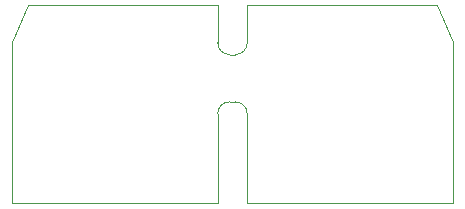
<source format=gbr>
%TF.GenerationSoftware,KiCad,Pcbnew,(6.99.0-4085-g6c752680d7)*%
%TF.CreationDate,2022-11-08T23:05:40+08:00*%
%TF.ProjectId,evq,6576712e-6b69-4636-9164-5f7063625858,rev?*%
%TF.SameCoordinates,Original*%
%TF.FileFunction,Profile,NP*%
%FSLAX46Y46*%
G04 Gerber Fmt 4.6, Leading zero omitted, Abs format (unit mm)*
G04 Created by KiCad (PCBNEW (6.99.0-4085-g6c752680d7)) date 2022-11-08 23:05:40*
%MOMM*%
%LPD*%
G01*
G04 APERTURE LIST*
%TA.AperFunction,Profile*%
%ADD10C,0.100000*%
%TD*%
%TA.AperFunction,Profile*%
%ADD11C,0.080000*%
%TD*%
G04 APERTURE END LIST*
D10*
X92260108Y-105194428D02*
X92260107Y-112794428D01*
X94771534Y-99194428D02*
X94771533Y-96030349D01*
X112215144Y-99139987D02*
X112211678Y-112794428D01*
X76188120Y-96030349D02*
X92260110Y-96030349D01*
X92260110Y-96030349D02*
X92260109Y-99194428D01*
X110843523Y-96030349D02*
X112215144Y-99139987D01*
X94771536Y-112794428D02*
X94771535Y-105194428D01*
X112211678Y-112794428D02*
X94771536Y-112794428D01*
X74816499Y-99139987D02*
X76188120Y-96030349D01*
X94771533Y-96030349D02*
X110843523Y-96030349D01*
X74819965Y-112794428D02*
X74816499Y-99139987D01*
X92260107Y-112794428D02*
X74819965Y-112794428D01*
D11*
%TO.C,REF\u002A\u002A*%
X93760107Y-104194428D02*
X93260107Y-104194428D01*
X93260107Y-100194428D02*
X93760107Y-100194428D01*
X92260110Y-99194431D02*
G75*
G03*
X93260107Y-100194428I999997J0D01*
G01*
X93760110Y-100194425D02*
G75*
G03*
X94760107Y-99194428I0J999997D01*
G01*
X93260104Y-104194431D02*
G75*
G03*
X92260107Y-105194428I0J-999997D01*
G01*
X94760104Y-105194425D02*
G75*
G03*
X93760107Y-104194428I-999997J0D01*
G01*
%TD*%
M02*

</source>
